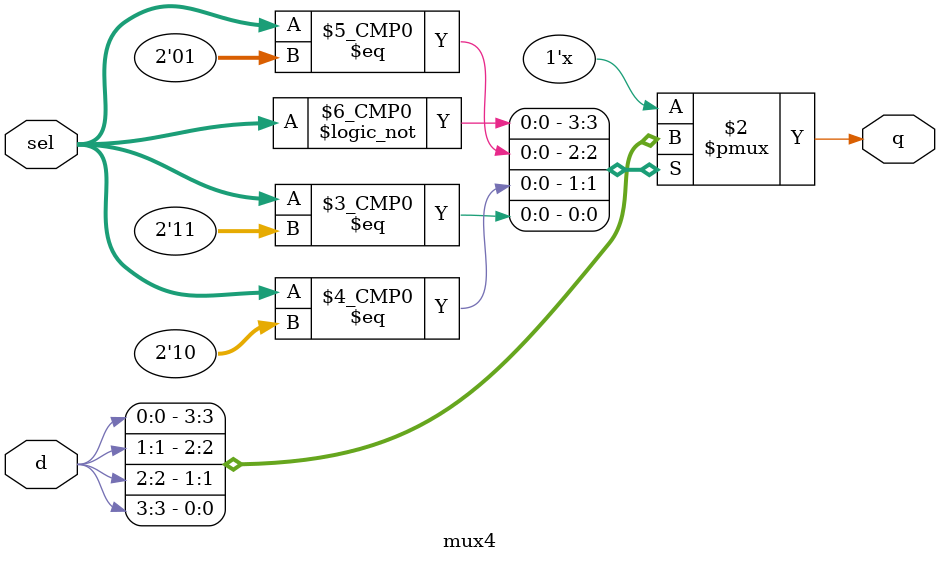
<source format=v>
module mux4 (output reg q, input [3:0] d, input [1:0] sel);

    always @(*)
        case (sel)
            2'b00: q = d[0];
            2'b01: q = d[1];
            2'b10: q = d[2];
            2'b11: q = d[3];
        endcase

endmodule
</source>
